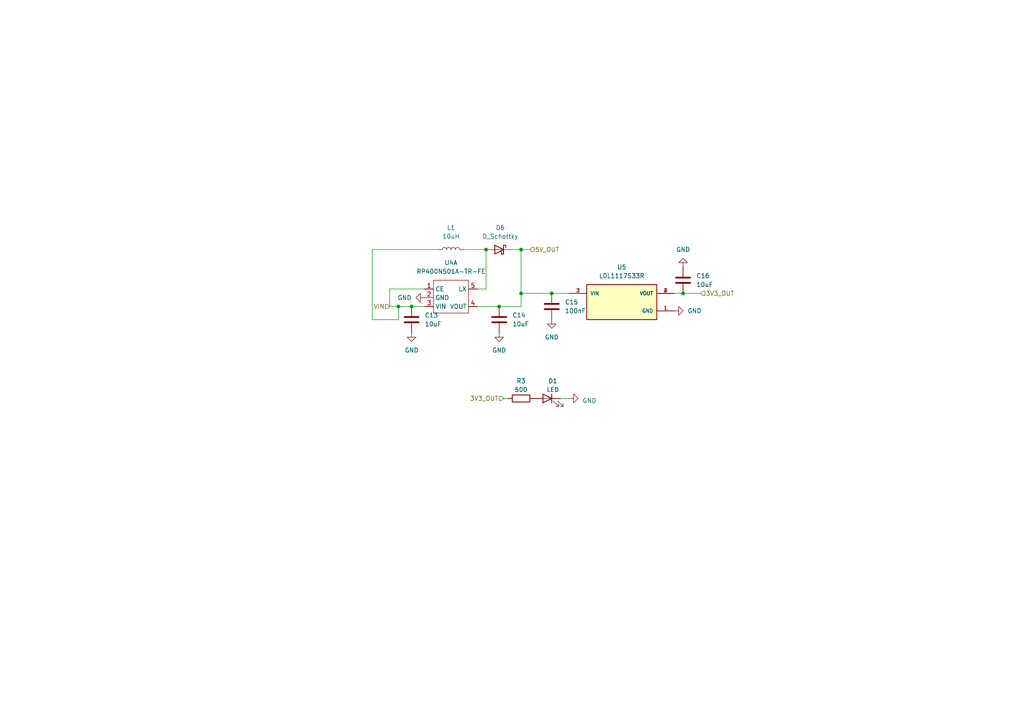
<source format=kicad_sch>
(kicad_sch (version 20230121) (generator eeschema)
  (paper "A4")
  (lib_symbols
    (symbol "Device:C" (pin_numbers hide) (pin_names (offset 0.254))
      (property "Reference" "C" (at 0.635 2.54 0))
      (property "Value" "C" (at 0.635 -2.54 0))
      (symbol "C_0_1"
        (polyline (pts (xy -2.032 -0.762) (xy 2.032 -0.762)) (stroke (width 0.508)))
        (polyline (pts (xy -2.032 0.762) (xy 2.032 0.762)) (stroke (width 0.508)))
      )
      (symbol "C_1_1"
        (pin passive line (at 0 3.81 270) (length 2.794) (name "~") (number "1"))
        (pin passive line (at 0 -3.81 90) (length 2.794) (name "~") (number "2"))
      )
    )
    (symbol "Device:D_Schottky" (pin_numbers hide) (pin_names (offset 1.016) hide)
      (property "Reference" "D" (at 0 2.54 0))
      (property "Value" "D_Schottky" (at 0 -2.54 0))
      (symbol "D_Schottky_0_1"
        (polyline (pts (xy 1.27 0) (xy -1.27 0)))
        (polyline (pts (xy 1.27 1.27) (xy 1.27 -1.27) (xy -1.27 0) (xy 1.27 1.27)) (stroke (width 0.254)))
        (polyline (pts (xy -1.905 0.635) (xy -1.905 1.27) (xy -1.27 1.27) (xy -1.27 -1.27) (xy -0.635 -1.27) (xy -0.635 -0.635)) (stroke (width 0.254)))
      )
      (symbol "D_Schottky_1_1"
        (pin passive line (at -3.81 0 0) (length 2.54) (name "K") (number "1"))
        (pin passive line (at 3.81 0 180) (length 2.54) (name "A") (number "2"))
      )
    )
    (symbol "Device:L" (pin_numbers hide) (pin_names (offset 1.016) hide)
      (property "Reference" "L" (at -1.27 0 90))
      (property "Value" "L" (at 1.905 0 90))
      (symbol "L_0_1"
        (arc (start 0 -2.54) (mid 0.6323 -1.905) (end 0 -1.27))
        (arc (start 0 -1.27) (mid 0.6323 -0.635) (end 0 0))
        (arc (start 0 0) (mid 0.6323 0.635) (end 0 1.27))
        (arc (start 0 1.27) (mid 0.6323 1.905) (end 0 2.54))
      )
      (symbol "L_1_1"
        (pin passive line (at 0 3.81 270) (length 1.27) (name "1") (number "1"))
        (pin passive line (at 0 -3.81 90) (length 1.27) (name "2") (number "2"))
      )
    )
    (symbol "Device:LED" (pin_numbers hide) (pin_names (offset 1.016) hide)
      (property "Reference" "D" (at 0 2.54 0))
      (property "Value" "LED" (at 0 -2.54 0))
      (symbol "LED_0_1"
        (polyline (pts (xy -1.27 -1.27) (xy -1.27 1.27)) (stroke (width 0.254)))
        (polyline (pts (xy -1.27 0) (xy 1.27 0)))
        (polyline (pts (xy 1.27 -1.27) (xy 1.27 1.27) (xy -1.27 0) (xy 1.27 -1.27)) (stroke (width 0.254)))
        (polyline (pts (xy -3.048 -0.762) (xy -4.572 -2.286) (xy -3.81 -2.286) (xy -4.572 -2.286) (xy -4.572 -1.524)))
        (polyline (pts (xy -1.778 -0.762) (xy -3.302 -2.286) (xy -2.54 -2.286) (xy -3.302 -2.286) (xy -3.302 -1.524)))
      )
      (symbol "LED_1_1"
        (pin passive line (at -3.81 0 0) (length 2.54) (name "K") (number "1"))
        (pin passive line (at 3.81 0 180) (length 2.54) (name "A") (number "2"))
      )
    )
    (symbol "Device:R" (pin_numbers hide) (pin_names (offset 0))
      (property "Reference" "R" (at 2.032 0 90))
      (property "Value" "R" (at 0 0 90))
      (symbol "R_0_1"
        (rectangle (start -1.016 -2.54) (end 1.016 2.54) (stroke (width 0.254)))
      )
      (symbol "R_1_1"
        (pin passive line (at 0 3.81 270) (length 1.27) (name "~") (number "1"))
        (pin passive line (at 0 -3.81 90) (length 1.27) (name "~") (number "2"))
      )
    )
    (symbol "GND_1" (power) (pin_names (offset 0))
      (property "Value" "GND_1" (at 0 -3.81 0))
      (symbol "GND_1_0_1"
        (polyline (pts (xy 0 0) (xy 0 -1.27) (xy 1.27 -1.27) (xy 0 -2.54) (xy -1.27 -1.27) (xy 0 -1.27)))
      )
      (symbol "GND_1_1_1"
        (pin power_in line (at 0 0 270) (length 0) hide (name "GND") (number "1"))
      )
    )
    (symbol "LDL1117S33R:LDL1117S33R" (pin_names (offset 1.016))
      (property "Reference" "U" (at -10.16 7.62 0))
      (property "Value" "LDL1117S33R" (at -10.16 -10.16 0))
      (symbol "LDL1117S33R_0_0"
        (rectangle (start -10.16 -5.08) (end 10.16 5.08) (stroke (width 0.254)) (fill (type background)))
        (pin power_in line (at 15.24 -2.54 180) (length 5.08) (name "GND") (number "1"))
        (pin output line (at 15.24 2.54 180) (length 5.08) (name "VOUT") (number "2"))
        (pin input line (at -15.24 2.54 0) (length 5.08) (name "VIN") (number "3"))
        (pin output line (at 15.24 2.54 180) (length 5.08) (name "VOUT") (number "4"))
      )
    )
    (symbol "RP400N501A-TR-FE:RP400N501A-TR-FE"
      (property "Reference" "U" (at 5.715 0 90))
      (property "Value" "RP400N501A-TR-FE" (at -0.635 8.255 0))
      (symbol "RP400N501A-TR-FE_0_1"
        (rectangle (start -5.08 5.08) (end 5.08 -4.445))
      )
      (symbol "RP400N501A-TR-FE_1_1"
        (pin input line (at -7.62 2.54 0) (length 2.54) (name "CE") (number "1"))
        (pin power_in line (at -7.62 0 0) (length 2.54) (name "GND") (number "2"))
        (pin power_in line (at -7.62 -2.54 0) (length 2.54) (name "VIN") (number "3"))
        (pin power_out line (at 7.62 -2.54 180) (length 2.54) (name "VOUT") (number "4"))
        (pin output line (at 7.62 2.54 180) (length 2.54) (name "LX") (number "5"))
      )
      (symbol "RP400N501A-TR-FE_2_1"
        (pin input line (at -2.54 -11.43 90) (length 2.54) (name "CE") (number "1-UB"))
        (pin power_in line (at 0 -11.43 90) (length 2.54) (name "GND") (number "2-UB"))
        (pin power_in line (at 2.54 -11.43 90) (length 2.54) (name "VIN") (number "3-UB"))
        (pin power_out line (at 2.54 1.27 270) (length 2.54) (name "VOUT") (number "4-UB"))
        (pin output line (at -2.54 1.27 270) (length 2.54) (name "LX") (number "5-UB"))
      )
      (symbol "RP400N501A-TR-FE_3_1"
        (pin input line (at -2.54 -11.43 90) (length 2.54) (name "CE") (number "1-UC"))
        (pin power_in line (at 0 -11.43 90) (length 2.54) (name "GND") (number "2-UC"))
        (pin power_in line (at 2.54 -11.43 90) (length 2.54) (name "VIN") (number "3-UC"))
        (pin power_out line (at 2.54 1.27 270) (length 2.54) (name "VOUT") (number "4-UC"))
        (pin output line (at -2.54 1.27 270) (length 2.54) (name "LX") (number "5-UC"))
      )
      (symbol "RP400N501A-TR-FE_4_1"
        (pin input line (at -2.54 -11.43 90) (length 2.54) (name "CE") (number "1-UD"))
        (pin power_in line (at 0 -11.43 90) (length 2.54) (name "GND") (number "2-UD"))
        (pin power_in line (at 2.54 -11.43 90) (length 2.54) (name "VIN") (number "3-UD"))
        (pin power_out line (at 2.54 1.27 270) (length 2.54) (name "VOUT") (number "4-UD"))
        (pin output line (at -2.54 1.27 270) (length 2.54) (name "LX") (number "5-UD"))
      )
      (symbol "RP400N501A-TR-FE_5_1"
        (pin input line (at -2.54 -11.43 90) (length 2.54) (name "CE") (number "1-UE"))
        (pin power_in line (at 0 -11.43 90) (length 2.54) (name "GND") (number "2-UE"))
        (pin power_in line (at 2.54 -11.43 90) (length 2.54) (name "VIN") (number "3-UE"))
        (pin power_out line (at 2.54 1.27 270) (length 2.54) (name "VOUT") (number "4-UE"))
        (pin output line (at -2.54 1.27 270) (length 2.54) (name "LX") (number "5-UE"))
      )
    )
    (symbol "power:GND" (power) (pin_names (offset 0))
      (property "Value" "GND" (at 0 -3.81 0))
      (symbol "GND_0_1"
        (polyline (pts (xy 0 0) (xy 0 -1.27) (xy 1.27 -1.27) (xy 0 -2.54) (xy -1.27 -1.27) (xy 0 -1.27)))
      )
      (symbol "GND_1_1"
        (pin power_in line (at 0 0 270) (length 0) hide (name "GND") (number "1"))
      )
    )
  )
  (junction (at 144.78 88.9))
  (junction (at 198.12 85.09))
  (junction (at 119.38 88.9))
  (junction (at 115.57 88.9))
  (junction (at 151.13 72.39))
  (junction (at 160.02 85.09))
  (junction (at 151.13 85.09))
  (junction (at 140.97 72.39))
  (wire (pts (xy 115.57 88.9) (xy 115.57 92.71)))
  (wire (pts (xy 115.57 92.71) (xy 107.95 92.71)))
  (wire (pts (xy 198.12 85.09) (xy 195.58 85.09)))
  (wire (pts (xy 138.43 83.82) (xy 140.97 83.82)))
  (wire (pts (xy 165.1 115.57) (xy 162.56 115.57)))
  (wire (pts (xy 119.38 88.9) (xy 123.19 88.9)))
  (wire (pts (xy 160.02 85.09) (xy 151.13 85.09)))
  (wire (pts (xy 151.13 88.9) (xy 144.78 88.9)))
  (wire (pts (xy 151.13 72.39) (xy 151.13 85.09)))
  (wire (pts (xy 151.13 72.39) (xy 148.59 72.39)))
  (wire (pts (xy 113.03 83.82) (xy 113.03 88.9)))
  (wire (pts (xy 146.05 115.57) (xy 147.32 115.57)))
  (wire (pts (xy 165.1 85.09) (xy 160.02 85.09)))
  (wire (pts (xy 140.97 83.82) (xy 140.97 72.39)))
  (wire (pts (xy 107.95 72.39) (xy 127 72.39)))
  (wire (pts (xy 151.13 85.09) (xy 151.13 88.9)))
  (wire (pts (xy 153.67 72.39) (xy 151.13 72.39)))
  (wire (pts (xy 113.03 88.9) (xy 115.57 88.9)))
  (wire (pts (xy 107.95 92.71) (xy 107.95 72.39)))
  (wire (pts (xy 140.97 72.39) (xy 134.62 72.39)))
  (wire (pts (xy 203.2 85.09) (xy 198.12 85.09)))
  (wire (pts (xy 123.19 83.82) (xy 113.03 83.82)))
  (wire (pts (xy 115.57 88.9) (xy 119.38 88.9)))
  (wire (pts (xy 144.78 88.9) (xy 138.43 88.9)))
  (hierarchical_label "5V_OUT" (shape input) (at 153.67 72.39 0))
  (hierarchical_label "VIN" (shape input) (at 113.03 88.9 180))
  (hierarchical_label "3V3_OUT" (shape input) (at 146.05 115.57 180))
  (hierarchical_label "3V3_OUT" (shape input) (at 203.2 85.09 0))
  (symbol (lib_name "GND_1") (lib_id "power:GND") (at 165.1 115.57 90) (unit 1)
    (property "Reference" "#PWR01" (effects hide))
    (property "Value" "GND" (at 168.91 116.205 90) (effects (justify right)))
  )
  (symbol (lib_id "Device:C") (at 119.38 92.71 0) (unit 1)
    (property "Reference" "C13" (at 123.19 91.4399 0) (effects (justify left)))
    (property "Value" "10uF" (at 123.19 93.9799 0) (effects (justify left)))
    (property "Footprint" "Capacitor_SMD:C_0805_2012Metric" (effects hide))
  )
  (symbol (lib_id "power:GND") (at 119.38 96.52 0) (unit 1)
    (property "Reference" "#PWR0134" (effects hide))
    (property "Value" "GND" (at 119.38 101.6 0))
  )
  (symbol (lib_id "power:GND") (at 195.58 90.17 90) (unit 1)
    (property "Reference" "#PWR0136" (effects hide))
    (property "Value" "GND" (at 199.39 90.1699 90) (effects (justify right)))
  )
  (symbol (lib_id "power:GND") (at 144.78 96.52 0) (unit 1)
    (property "Reference" "#PWR0138" (effects hide))
    (property "Value" "GND" (at 144.78 101.6 0))
  )
  (symbol (lib_id "power:GND") (at 123.19 86.36 270) (unit 1)
    (property "Reference" "#PWR0135" (effects hide))
    (property "Value" "GND" (at 119.38 86.3599 90) (effects (justify right)))
  )
  (symbol (lib_id "power:GND") (at 160.02 92.71 0) (unit 1)
    (property "Reference" "#PWR0139" (effects hide))
    (property "Value" "GND" (at 160.02 97.79 0))
  )
  (symbol (lib_id "Device:C") (at 144.78 92.71 0) (unit 1)
    (property "Reference" "C14" (at 148.59 91.4399 0) (effects (justify left)))
    (property "Value" "10uF" (at 148.59 93.9799 0) (effects (justify left)))
    (property "Footprint" "Capacitor_SMD:C_0805_2012Metric" (effects hide))
  )
  (symbol (lib_id "Device:R") (at 151.13 115.57 90) (unit 1)
    (property "Reference" "R3" (at 151.13 110.49 90))
    (property "Value" "500" (at 151.13 113.03 90))
    (property "Footprint" "Resistor_SMD:R_0805_2012Metric" (effects hide))
  )
  (symbol (lib_id "Device:C") (at 198.12 81.28 0) (unit 1)
    (property "Reference" "C16" (at 201.93 80.0099 0) (effects (justify left)))
    (property "Value" "10uF" (at 201.93 82.5499 0) (effects (justify left)))
    (property "Footprint" "Capacitor_SMD:C_0805_2012Metric" (effects hide))
  )
  (symbol (lib_id "Device:LED") (at 158.75 115.57 0) (mirror y) (unit 1)
    (property "Reference" "D1" (at 160.3375 110.49 0))
    (property "Value" "LED" (at 160.3375 113.03 0))
    (property "Footprint" "Diode_SMD:D_0603_1608Metric" (effects hide))
  )
  (symbol (lib_id "LDL1117S33R:LDL1117S33R") (at 180.34 87.63 0) (unit 1)
    (property "Reference" "U5" (at 180.34 77.47 0))
    (property "Value" "LDL1117S33R" (at 180.34 80.01 0))
    (property "Footprint" "Package_TO_SOT_SMD:SOT-223" (effects hide))
    (property "SNAPEDA_PN" "LDL1117S33R" (effects hide))
    (property "PARTREV" "7" (effects hide))
    (property "MAXIMUM_PACKAGE_HEIGHT" "1.8 mm" (effects hide))
    (property "STANDARD" "IPC 7351B" (effects hide))
    (property "MANUFACTURER" "STMicroelectronics" (effects hide))
  )
  (symbol (lib_id "power:GND") (at 198.12 77.47 0) (mirror x) (unit 1)
    (property "Reference" "#PWR0137" (effects hide))
    (property "Value" "GND" (at 198.12 72.39 0))
  )
  (symbol (lib_id "Device:L") (at 130.81 72.39 90) (unit 1)
    (property "Reference" "L1" (at 130.81 66.04 90))
    (property "Value" "10uH" (at 130.81 68.58 90))
    (property "Footprint" "ASPI-0630LR-100M-T15 10uH inductor:IND_ASPI-0630LR-100M-T15" (effects hide))
  )
  (symbol (lib_id "Device:C") (at 160.02 88.9 0) (unit 1)
    (property "Reference" "C15" (at 163.83 87.6299 0) (effects (justify left)))
    (property "Value" "100nF" (at 163.83 90.1699 0) (effects (justify left)))
    (property "Footprint" "Capacitor_SMD:C_0805_2012Metric" (effects hide))
  )
  (symbol (lib_id "Device:D_Schottky") (at 144.78 72.39 0) (mirror y) (unit 1)
    (property "Reference" "D6" (at 145.0975 66.04 0))
    (property "Value" "D_Schottky" (at 145.0975 68.58 0))
    (property "Footprint" "Diode_SMD:D_SOD-123F" (effects hide))
  )
  (symbol (lib_id "RP400N501A-TR-FE:RP400N501A-TR-FE") (at 130.81 86.36 0) (unit 1)
    (property "Reference" "U4" (at 130.81 76.2 0))
    (property "Value" "RP400N501A-TR-FE" (at 130.81 78.74 0))
    (property "Footprint" "Package_TO_SOT_SMD:SOT-23-5" (effects hide))
  )
)
</source>
